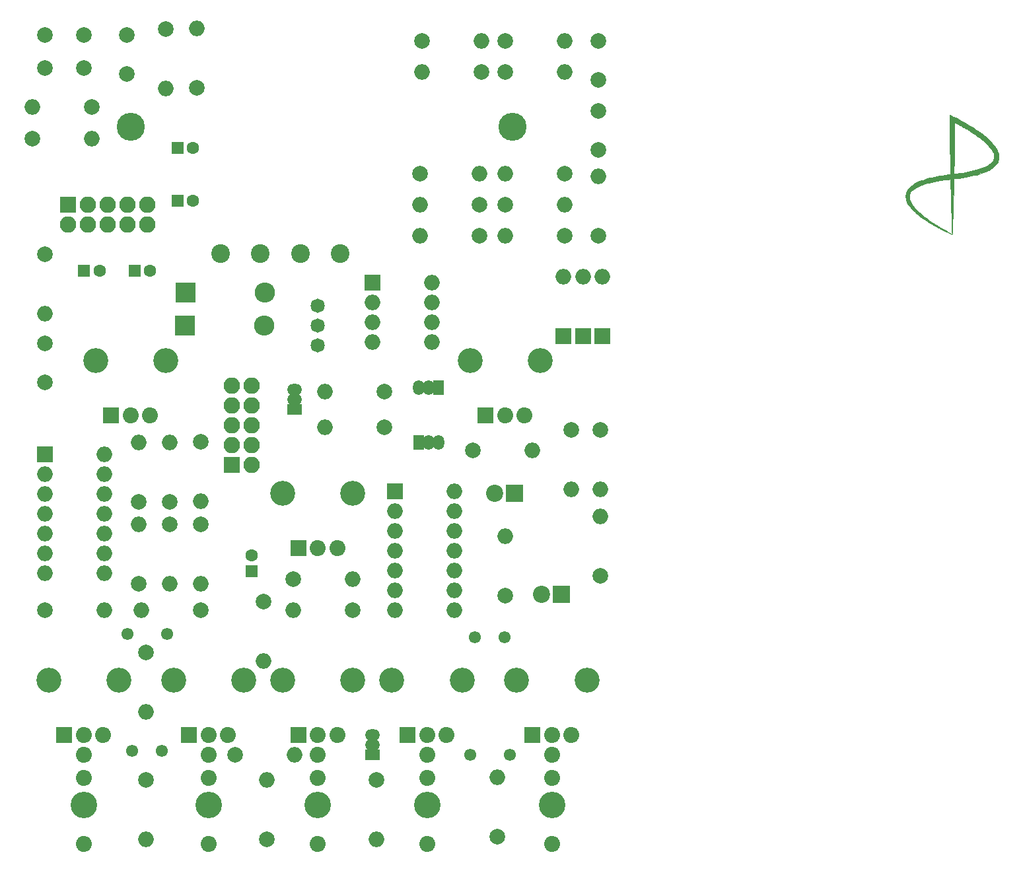
<source format=gts>
G04 #@! TF.GenerationSoftware,KiCad,Pcbnew,(5.0.0)*
G04 #@! TF.CreationDate,2018-11-19T15:58:41+01:00*
G04 #@! TF.ProjectId,Corona_mainBoard,436F726F6E615F6D61696E426F617264,1*
G04 #@! TF.SameCoordinates,Original*
G04 #@! TF.FileFunction,Soldermask,Top*
G04 #@! TF.FilePolarity,Negative*
%FSLAX46Y46*%
G04 Gerber Fmt 4.6, Leading zero omitted, Abs format (unit mm)*
G04 Created by KiCad (PCBNEW (5.0.0)) date 11/19/18 15:58:41*
%MOMM*%
%LPD*%
G01*
G04 APERTURE LIST*
%ADD10C,0.010000*%
%ADD11C,3.600000*%
%ADD12C,2.400000*%
%ADD13C,2.048460*%
%ADD14C,3.400000*%
%ADD15R,2.048460X2.048460*%
%ADD16C,3.194000*%
%ADD17C,1.822400*%
%ADD18C,1.550000*%
%ADD19C,2.000000*%
%ADD20R,1.600000X1.600000*%
%ADD21C,1.600000*%
%ADD22O,2.600000X2.600000*%
%ADD23R,2.600000X2.600000*%
%ADD24R,2.000000X2.000000*%
%ADD25O,2.000000X2.000000*%
%ADD26R,2.200000X2.200000*%
%ADD27C,2.200000*%
%ADD28R,2.100000X2.100000*%
%ADD29O,2.100000X2.100000*%
%ADD30R,1.900000X1.450000*%
%ADD31O,1.900000X1.450000*%
%ADD32O,1.450000X1.900000*%
%ADD33R,1.450000X1.900000*%
G04 APERTURE END LIST*
D10*
G04 #@! TO.C,MK5*
G36*
X120329700Y-21151172D02*
X120324409Y-21156464D01*
X120319117Y-21151172D01*
X120324409Y-21145881D01*
X120329700Y-21151172D01*
X120329700Y-21151172D01*
G37*
X120329700Y-21151172D02*
X120324409Y-21156464D01*
X120319117Y-21151172D01*
X120324409Y-21145881D01*
X120329700Y-21151172D01*
G36*
X120035618Y-13509484D02*
X120065816Y-13522206D01*
X120110389Y-13542072D01*
X120167023Y-13567989D01*
X120233407Y-13598865D01*
X120307228Y-13633605D01*
X120386175Y-13671116D01*
X120467934Y-13710305D01*
X120550193Y-13750079D01*
X120630641Y-13789344D01*
X120706964Y-13827007D01*
X120773645Y-13860357D01*
X121124762Y-14040816D01*
X121473270Y-14226686D01*
X121817571Y-14416967D01*
X122156070Y-14610663D01*
X122487171Y-14806772D01*
X122809277Y-15004299D01*
X123120793Y-15202242D01*
X123420121Y-15399605D01*
X123705667Y-15595388D01*
X123975833Y-15788593D01*
X124229024Y-15978220D01*
X124463643Y-16163273D01*
X124493687Y-16187751D01*
X124625042Y-16297420D01*
X124758592Y-16413080D01*
X124891581Y-16532140D01*
X125021254Y-16652010D01*
X125144857Y-16770100D01*
X125259635Y-16883820D01*
X125362834Y-16990578D01*
X125451698Y-17087786D01*
X125456069Y-17092751D01*
X125627208Y-17297909D01*
X125778828Y-17501368D01*
X125910812Y-17702828D01*
X126023043Y-17901985D01*
X126115405Y-18098539D01*
X126187780Y-18292189D01*
X126240051Y-18482631D01*
X126272102Y-18669566D01*
X126283815Y-18852690D01*
X126275074Y-19031703D01*
X126256357Y-19156293D01*
X126212994Y-19324466D01*
X126149028Y-19488201D01*
X126064582Y-19647360D01*
X125959781Y-19801804D01*
X125834745Y-19951397D01*
X125689600Y-20096000D01*
X125524467Y-20235474D01*
X125339470Y-20369683D01*
X125134731Y-20498489D01*
X124984786Y-20582655D01*
X124774380Y-20688159D01*
X124543473Y-20789909D01*
X124292410Y-20887818D01*
X124021536Y-20981799D01*
X123731196Y-21071763D01*
X123421737Y-21157623D01*
X123093504Y-21239291D01*
X122746841Y-21316681D01*
X122382094Y-21389703D01*
X121999609Y-21458270D01*
X121599731Y-21522296D01*
X121182806Y-21581692D01*
X120908024Y-21617131D01*
X120828463Y-21627004D01*
X120753650Y-21636315D01*
X120686781Y-21644661D01*
X120631051Y-21651646D01*
X120589654Y-21656868D01*
X120565786Y-21659927D01*
X120564624Y-21660081D01*
X120519645Y-21666048D01*
X120519616Y-21821503D01*
X120519301Y-21886322D01*
X120518397Y-21968201D01*
X120516930Y-22066231D01*
X120514928Y-22179499D01*
X120512418Y-22307094D01*
X120509428Y-22448103D01*
X120505985Y-22601617D01*
X120502116Y-22766722D01*
X120497849Y-22942508D01*
X120493211Y-23128062D01*
X120488229Y-23322473D01*
X120482931Y-23524830D01*
X120477344Y-23734221D01*
X120471496Y-23949734D01*
X120465413Y-24170458D01*
X120459124Y-24395481D01*
X120452655Y-24623892D01*
X120446034Y-24854778D01*
X120439289Y-25087229D01*
X120432446Y-25320333D01*
X120425533Y-25553178D01*
X120418577Y-25784853D01*
X120411606Y-26014445D01*
X120404647Y-26241044D01*
X120397727Y-26463737D01*
X120390874Y-26681614D01*
X120384116Y-26893763D01*
X120377479Y-27099271D01*
X120370990Y-27297228D01*
X120364678Y-27486721D01*
X120358569Y-27666840D01*
X120352692Y-27836673D01*
X120347072Y-27995307D01*
X120341739Y-28141832D01*
X120336718Y-28275335D01*
X120332038Y-28394906D01*
X120327725Y-28499633D01*
X120323807Y-28588603D01*
X120320312Y-28660906D01*
X120317267Y-28715630D01*
X120314698Y-28751863D01*
X120312635Y-28768694D01*
X120311196Y-28766168D01*
X120310052Y-28747988D01*
X120308289Y-28709970D01*
X120305948Y-28653432D01*
X120303077Y-28579693D01*
X120299718Y-28490069D01*
X120295916Y-28385881D01*
X120291715Y-28268444D01*
X120287161Y-28139079D01*
X120282298Y-27999102D01*
X120277170Y-27849832D01*
X120271821Y-27692588D01*
X120266296Y-27528686D01*
X120260640Y-27359446D01*
X120254897Y-27186186D01*
X120249112Y-27010223D01*
X120243328Y-26832876D01*
X120237591Y-26655463D01*
X120231945Y-26479302D01*
X120226434Y-26305711D01*
X120221103Y-26136008D01*
X120215996Y-25971511D01*
X120211158Y-25813540D01*
X120207639Y-25697001D01*
X120201580Y-25492040D01*
X120195161Y-25269456D01*
X120188477Y-25032785D01*
X120181622Y-24785565D01*
X120174691Y-24531335D01*
X120167778Y-24273631D01*
X120160978Y-24015992D01*
X120154384Y-23761956D01*
X120148092Y-23515059D01*
X120142195Y-23278841D01*
X120136789Y-23056837D01*
X120133762Y-22929459D01*
X120130770Y-22802548D01*
X120127728Y-22674093D01*
X120124706Y-22547007D01*
X120121773Y-22424205D01*
X120118999Y-22308604D01*
X120116455Y-22203117D01*
X120114210Y-22110660D01*
X120112334Y-22034148D01*
X120111159Y-21986925D01*
X120104234Y-21711141D01*
X120076460Y-21714405D01*
X119770648Y-21751250D01*
X119484235Y-21787673D01*
X119215464Y-21823957D01*
X118962578Y-21860389D01*
X118723822Y-21897252D01*
X118497439Y-21934832D01*
X118281673Y-21973413D01*
X118074767Y-22013281D01*
X117874965Y-22054720D01*
X117680512Y-22098016D01*
X117609228Y-22114643D01*
X117358284Y-22176789D01*
X117113342Y-22243161D01*
X116876077Y-22313152D01*
X116648162Y-22386154D01*
X116431274Y-22461559D01*
X116227086Y-22538760D01*
X116037273Y-22617149D01*
X115863510Y-22696117D01*
X115707471Y-22775059D01*
X115570830Y-22853364D01*
X115566645Y-22855947D01*
X115437836Y-22942048D01*
X115315429Y-23036403D01*
X115202887Y-23135924D01*
X115103670Y-23237523D01*
X115021240Y-23338113D01*
X115012194Y-23350594D01*
X114968005Y-23420302D01*
X114924498Y-23502769D01*
X114885526Y-23589829D01*
X114854942Y-23673314D01*
X114846419Y-23702043D01*
X114832797Y-23768002D01*
X114823044Y-23848358D01*
X114817361Y-23936659D01*
X114815952Y-24026453D01*
X114819022Y-24111290D01*
X114826772Y-24184718D01*
X114830533Y-24206055D01*
X114868106Y-24353768D01*
X114922476Y-24504901D01*
X114994006Y-24660020D01*
X115083060Y-24819690D01*
X115189999Y-24984474D01*
X115315189Y-25154937D01*
X115458990Y-25331644D01*
X115621767Y-25515159D01*
X115778283Y-25679959D01*
X116009507Y-25908280D01*
X116255738Y-26135188D01*
X116517610Y-26361146D01*
X116795752Y-26586617D01*
X117090794Y-26812065D01*
X117403369Y-27037951D01*
X117734106Y-27264739D01*
X118083637Y-27492891D01*
X118452592Y-27722872D01*
X118841602Y-27955143D01*
X119016812Y-28056766D01*
X119197916Y-28160935D01*
X119361507Y-28255061D01*
X119508428Y-28339637D01*
X119639525Y-28415157D01*
X119755640Y-28482112D01*
X119857620Y-28540995D01*
X119946308Y-28592299D01*
X120022549Y-28636517D01*
X120087187Y-28674141D01*
X120141067Y-28705664D01*
X120185034Y-28731578D01*
X120219933Y-28752377D01*
X120246606Y-28768553D01*
X120265900Y-28780598D01*
X120278658Y-28789006D01*
X120285726Y-28794269D01*
X120287947Y-28796879D01*
X120286282Y-28797344D01*
X120275874Y-28792776D01*
X120248918Y-28780181D01*
X120207919Y-28760749D01*
X120155381Y-28735673D01*
X120093811Y-28706146D01*
X120025711Y-28673359D01*
X120022228Y-28671679D01*
X119796368Y-28562650D01*
X119588418Y-28462103D01*
X119397179Y-28369417D01*
X119221452Y-28283974D01*
X119060038Y-28205153D01*
X118911736Y-28132334D01*
X118775349Y-28064898D01*
X118649676Y-28002223D01*
X118533518Y-27943691D01*
X118425676Y-27888682D01*
X118324951Y-27836575D01*
X118230143Y-27786751D01*
X118140052Y-27738589D01*
X118053481Y-27691470D01*
X117969228Y-27644774D01*
X117886096Y-27597880D01*
X117802884Y-27550169D01*
X117718393Y-27501022D01*
X117631425Y-27449817D01*
X117540779Y-27395936D01*
X117455770Y-27345066D01*
X117094832Y-27121856D01*
X116753619Y-26896980D01*
X116430701Y-26669415D01*
X116124646Y-26438134D01*
X115834022Y-26202114D01*
X115707551Y-26093787D01*
X115643155Y-26036308D01*
X115570318Y-25968912D01*
X115491656Y-25894212D01*
X115409784Y-25814822D01*
X115327319Y-25733353D01*
X115246875Y-25652420D01*
X115171068Y-25574635D01*
X115102515Y-25502611D01*
X115043831Y-25438961D01*
X114997631Y-25386298D01*
X114989088Y-25376066D01*
X114842520Y-25187620D01*
X114714435Y-25000288D01*
X114605240Y-24814830D01*
X114515340Y-24632005D01*
X114445140Y-24452572D01*
X114395046Y-24277290D01*
X114389929Y-24254370D01*
X114377100Y-24175198D01*
X114368790Y-24081648D01*
X114365001Y-23979917D01*
X114365735Y-23876203D01*
X114370996Y-23776706D01*
X114380786Y-23687623D01*
X114389662Y-23637858D01*
X114420953Y-23511402D01*
X114458444Y-23396611D01*
X114505257Y-23284208D01*
X114517756Y-23257543D01*
X114561206Y-23171849D01*
X114606693Y-23093852D01*
X114656999Y-23019878D01*
X114714905Y-22946255D01*
X114783192Y-22869309D01*
X114864641Y-22785368D01*
X114906618Y-22744052D01*
X115025335Y-22634640D01*
X115150887Y-22531231D01*
X115284671Y-22433111D01*
X115428083Y-22339563D01*
X115582520Y-22249874D01*
X115749379Y-22163327D01*
X115930055Y-22079209D01*
X116125945Y-21996804D01*
X116338445Y-21915397D01*
X116568952Y-21834273D01*
X116818863Y-21752717D01*
X116880192Y-21733526D01*
X117165228Y-21648775D01*
X117456878Y-21569661D01*
X117756948Y-21495820D01*
X118067247Y-21426891D01*
X118389583Y-21362511D01*
X118725762Y-21302319D01*
X119077594Y-21245952D01*
X119446885Y-21193049D01*
X119815853Y-21145630D01*
X119889523Y-21136599D01*
X119955870Y-21128377D01*
X120012124Y-21121313D01*
X120055515Y-21115759D01*
X120083274Y-21112064D01*
X120092638Y-21110600D01*
X120092775Y-21100062D01*
X120092502Y-21070557D01*
X120091855Y-21024281D01*
X120090870Y-20963428D01*
X120090626Y-20949474D01*
X120542007Y-20949474D01*
X120542744Y-21005193D01*
X120544263Y-21042469D01*
X120546553Y-21060152D01*
X120547559Y-21061501D01*
X120560303Y-21060201D01*
X120591243Y-21056534D01*
X120637587Y-21050844D01*
X120696538Y-21043481D01*
X120765302Y-21034789D01*
X120841086Y-21025116D01*
X120848172Y-21024207D01*
X121254181Y-20968750D01*
X121644802Y-20908609D01*
X122019679Y-20843900D01*
X122378455Y-20774738D01*
X122720773Y-20701237D01*
X123046277Y-20623513D01*
X123354610Y-20541681D01*
X123645416Y-20455856D01*
X123918337Y-20366152D01*
X124173018Y-20272685D01*
X124409101Y-20175570D01*
X124626231Y-20074922D01*
X124824049Y-19970856D01*
X125002201Y-19863486D01*
X125160328Y-19752929D01*
X125298075Y-19639298D01*
X125376628Y-19563726D01*
X125480351Y-19446904D01*
X125563713Y-19329979D01*
X125627461Y-19211270D01*
X125672343Y-19089100D01*
X125699104Y-18961789D01*
X125708494Y-18827657D01*
X125708519Y-18817834D01*
X125700944Y-18689248D01*
X125678179Y-18560651D01*
X125639530Y-18430132D01*
X125584306Y-18295778D01*
X125511814Y-18155677D01*
X125421362Y-18007919D01*
X125407721Y-17987257D01*
X125275104Y-17801329D01*
X125122054Y-17611227D01*
X124948845Y-17417176D01*
X124755750Y-17219401D01*
X124543040Y-17018127D01*
X124310989Y-16813578D01*
X124059868Y-16605979D01*
X123789952Y-16395555D01*
X123501512Y-16182531D01*
X123194821Y-15967132D01*
X122870151Y-15749582D01*
X122527776Y-15530106D01*
X122167967Y-15308929D01*
X122137002Y-15290305D01*
X122053071Y-15240369D01*
X121960884Y-15186334D01*
X121861978Y-15129046D01*
X121757893Y-15069353D01*
X121650170Y-15008100D01*
X121540348Y-14946133D01*
X121429966Y-14884299D01*
X121320564Y-14823444D01*
X121213682Y-14764414D01*
X121110859Y-14708056D01*
X121013635Y-14655215D01*
X120923549Y-14606738D01*
X120842142Y-14563472D01*
X120770952Y-14526261D01*
X120711521Y-14495953D01*
X120665386Y-14473394D01*
X120634087Y-14459430D01*
X120619166Y-14454907D01*
X120618123Y-14455478D01*
X120617807Y-14466725D01*
X120617353Y-14497957D01*
X120616770Y-14547996D01*
X120616070Y-14615661D01*
X120615260Y-14699772D01*
X120614353Y-14799149D01*
X120613358Y-14912612D01*
X120612286Y-15038981D01*
X120611145Y-15177077D01*
X120609948Y-15325718D01*
X120608703Y-15483725D01*
X120607421Y-15649919D01*
X120606113Y-15823118D01*
X120604788Y-16002144D01*
X120604745Y-16007959D01*
X120601973Y-16374539D01*
X120599149Y-16722775D01*
X120596237Y-17055490D01*
X120593200Y-17375507D01*
X120590002Y-17685649D01*
X120586606Y-17988739D01*
X120582977Y-18287600D01*
X120579078Y-18585055D01*
X120574873Y-18883927D01*
X120570325Y-19187039D01*
X120565397Y-19497213D01*
X120560055Y-19817273D01*
X120554261Y-20150041D01*
X120547979Y-20498341D01*
X120544570Y-20683147D01*
X120542911Y-20787301D01*
X120542059Y-20876460D01*
X120542007Y-20949474D01*
X120090626Y-20949474D01*
X120089585Y-20890195D01*
X120088035Y-20806776D01*
X120086257Y-20715367D01*
X120085238Y-20664626D01*
X120078058Y-20296128D01*
X120071145Y-19912578D01*
X120064546Y-19517467D01*
X120058305Y-19114287D01*
X120052467Y-18706528D01*
X120047078Y-18297682D01*
X120042184Y-17891241D01*
X120037828Y-17490696D01*
X120034058Y-17099537D01*
X120030918Y-16721258D01*
X120028453Y-16359348D01*
X120027720Y-16230209D01*
X120026791Y-16058764D01*
X120025771Y-15875535D01*
X120024683Y-15684024D01*
X120023548Y-15487732D01*
X120022385Y-15290160D01*
X120021216Y-15094811D01*
X120020061Y-14905185D01*
X120018943Y-14724785D01*
X120017880Y-14557110D01*
X120016895Y-14405664D01*
X120016518Y-14349022D01*
X120015481Y-14178738D01*
X120014797Y-14029053D01*
X120014471Y-13899399D01*
X120014506Y-13789213D01*
X120014906Y-13697928D01*
X120015675Y-13624977D01*
X120016816Y-13569797D01*
X120018334Y-13531820D01*
X120020231Y-13510481D01*
X120022106Y-13505001D01*
X120035618Y-13509484D01*
X120035618Y-13509484D01*
G37*
X120035618Y-13509484D02*
X120065816Y-13522206D01*
X120110389Y-13542072D01*
X120167023Y-13567989D01*
X120233407Y-13598865D01*
X120307228Y-13633605D01*
X120386175Y-13671116D01*
X120467934Y-13710305D01*
X120550193Y-13750079D01*
X120630641Y-13789344D01*
X120706964Y-13827007D01*
X120773645Y-13860357D01*
X121124762Y-14040816D01*
X121473270Y-14226686D01*
X121817571Y-14416967D01*
X122156070Y-14610663D01*
X122487171Y-14806772D01*
X122809277Y-15004299D01*
X123120793Y-15202242D01*
X123420121Y-15399605D01*
X123705667Y-15595388D01*
X123975833Y-15788593D01*
X124229024Y-15978220D01*
X124463643Y-16163273D01*
X124493687Y-16187751D01*
X124625042Y-16297420D01*
X124758592Y-16413080D01*
X124891581Y-16532140D01*
X125021254Y-16652010D01*
X125144857Y-16770100D01*
X125259635Y-16883820D01*
X125362834Y-16990578D01*
X125451698Y-17087786D01*
X125456069Y-17092751D01*
X125627208Y-17297909D01*
X125778828Y-17501368D01*
X125910812Y-17702828D01*
X126023043Y-17901985D01*
X126115405Y-18098539D01*
X126187780Y-18292189D01*
X126240051Y-18482631D01*
X126272102Y-18669566D01*
X126283815Y-18852690D01*
X126275074Y-19031703D01*
X126256357Y-19156293D01*
X126212994Y-19324466D01*
X126149028Y-19488201D01*
X126064582Y-19647360D01*
X125959781Y-19801804D01*
X125834745Y-19951397D01*
X125689600Y-20096000D01*
X125524467Y-20235474D01*
X125339470Y-20369683D01*
X125134731Y-20498489D01*
X124984786Y-20582655D01*
X124774380Y-20688159D01*
X124543473Y-20789909D01*
X124292410Y-20887818D01*
X124021536Y-20981799D01*
X123731196Y-21071763D01*
X123421737Y-21157623D01*
X123093504Y-21239291D01*
X122746841Y-21316681D01*
X122382094Y-21389703D01*
X121999609Y-21458270D01*
X121599731Y-21522296D01*
X121182806Y-21581692D01*
X120908024Y-21617131D01*
X120828463Y-21627004D01*
X120753650Y-21636315D01*
X120686781Y-21644661D01*
X120631051Y-21651646D01*
X120589654Y-21656868D01*
X120565786Y-21659927D01*
X120564624Y-21660081D01*
X120519645Y-21666048D01*
X120519616Y-21821503D01*
X120519301Y-21886322D01*
X120518397Y-21968201D01*
X120516930Y-22066231D01*
X120514928Y-22179499D01*
X120512418Y-22307094D01*
X120509428Y-22448103D01*
X120505985Y-22601617D01*
X120502116Y-22766722D01*
X120497849Y-22942508D01*
X120493211Y-23128062D01*
X120488229Y-23322473D01*
X120482931Y-23524830D01*
X120477344Y-23734221D01*
X120471496Y-23949734D01*
X120465413Y-24170458D01*
X120459124Y-24395481D01*
X120452655Y-24623892D01*
X120446034Y-24854778D01*
X120439289Y-25087229D01*
X120432446Y-25320333D01*
X120425533Y-25553178D01*
X120418577Y-25784853D01*
X120411606Y-26014445D01*
X120404647Y-26241044D01*
X120397727Y-26463737D01*
X120390874Y-26681614D01*
X120384116Y-26893763D01*
X120377479Y-27099271D01*
X120370990Y-27297228D01*
X120364678Y-27486721D01*
X120358569Y-27666840D01*
X120352692Y-27836673D01*
X120347072Y-27995307D01*
X120341739Y-28141832D01*
X120336718Y-28275335D01*
X120332038Y-28394906D01*
X120327725Y-28499633D01*
X120323807Y-28588603D01*
X120320312Y-28660906D01*
X120317267Y-28715630D01*
X120314698Y-28751863D01*
X120312635Y-28768694D01*
X120311196Y-28766168D01*
X120310052Y-28747988D01*
X120308289Y-28709970D01*
X120305948Y-28653432D01*
X120303077Y-28579693D01*
X120299718Y-28490069D01*
X120295916Y-28385881D01*
X120291715Y-28268444D01*
X120287161Y-28139079D01*
X120282298Y-27999102D01*
X120277170Y-27849832D01*
X120271821Y-27692588D01*
X120266296Y-27528686D01*
X120260640Y-27359446D01*
X120254897Y-27186186D01*
X120249112Y-27010223D01*
X120243328Y-26832876D01*
X120237591Y-26655463D01*
X120231945Y-26479302D01*
X120226434Y-26305711D01*
X120221103Y-26136008D01*
X120215996Y-25971511D01*
X120211158Y-25813540D01*
X120207639Y-25697001D01*
X120201580Y-25492040D01*
X120195161Y-25269456D01*
X120188477Y-25032785D01*
X120181622Y-24785565D01*
X120174691Y-24531335D01*
X120167778Y-24273631D01*
X120160978Y-24015992D01*
X120154384Y-23761956D01*
X120148092Y-23515059D01*
X120142195Y-23278841D01*
X120136789Y-23056837D01*
X120133762Y-22929459D01*
X120130770Y-22802548D01*
X120127728Y-22674093D01*
X120124706Y-22547007D01*
X120121773Y-22424205D01*
X120118999Y-22308604D01*
X120116455Y-22203117D01*
X120114210Y-22110660D01*
X120112334Y-22034148D01*
X120111159Y-21986925D01*
X120104234Y-21711141D01*
X120076460Y-21714405D01*
X119770648Y-21751250D01*
X119484235Y-21787673D01*
X119215464Y-21823957D01*
X118962578Y-21860389D01*
X118723822Y-21897252D01*
X118497439Y-21934832D01*
X118281673Y-21973413D01*
X118074767Y-22013281D01*
X117874965Y-22054720D01*
X117680512Y-22098016D01*
X117609228Y-22114643D01*
X117358284Y-22176789D01*
X117113342Y-22243161D01*
X116876077Y-22313152D01*
X116648162Y-22386154D01*
X116431274Y-22461559D01*
X116227086Y-22538760D01*
X116037273Y-22617149D01*
X115863510Y-22696117D01*
X115707471Y-22775059D01*
X115570830Y-22853364D01*
X115566645Y-22855947D01*
X115437836Y-22942048D01*
X115315429Y-23036403D01*
X115202887Y-23135924D01*
X115103670Y-23237523D01*
X115021240Y-23338113D01*
X115012194Y-23350594D01*
X114968005Y-23420302D01*
X114924498Y-23502769D01*
X114885526Y-23589829D01*
X114854942Y-23673314D01*
X114846419Y-23702043D01*
X114832797Y-23768002D01*
X114823044Y-23848358D01*
X114817361Y-23936659D01*
X114815952Y-24026453D01*
X114819022Y-24111290D01*
X114826772Y-24184718D01*
X114830533Y-24206055D01*
X114868106Y-24353768D01*
X114922476Y-24504901D01*
X114994006Y-24660020D01*
X115083060Y-24819690D01*
X115189999Y-24984474D01*
X115315189Y-25154937D01*
X115458990Y-25331644D01*
X115621767Y-25515159D01*
X115778283Y-25679959D01*
X116009507Y-25908280D01*
X116255738Y-26135188D01*
X116517610Y-26361146D01*
X116795752Y-26586617D01*
X117090794Y-26812065D01*
X117403369Y-27037951D01*
X117734106Y-27264739D01*
X118083637Y-27492891D01*
X118452592Y-27722872D01*
X118841602Y-27955143D01*
X119016812Y-28056766D01*
X119197916Y-28160935D01*
X119361507Y-28255061D01*
X119508428Y-28339637D01*
X119639525Y-28415157D01*
X119755640Y-28482112D01*
X119857620Y-28540995D01*
X119946308Y-28592299D01*
X120022549Y-28636517D01*
X120087187Y-28674141D01*
X120141067Y-28705664D01*
X120185034Y-28731578D01*
X120219933Y-28752377D01*
X120246606Y-28768553D01*
X120265900Y-28780598D01*
X120278658Y-28789006D01*
X120285726Y-28794269D01*
X120287947Y-28796879D01*
X120286282Y-28797344D01*
X120275874Y-28792776D01*
X120248918Y-28780181D01*
X120207919Y-28760749D01*
X120155381Y-28735673D01*
X120093811Y-28706146D01*
X120025711Y-28673359D01*
X120022228Y-28671679D01*
X119796368Y-28562650D01*
X119588418Y-28462103D01*
X119397179Y-28369417D01*
X119221452Y-28283974D01*
X119060038Y-28205153D01*
X118911736Y-28132334D01*
X118775349Y-28064898D01*
X118649676Y-28002223D01*
X118533518Y-27943691D01*
X118425676Y-27888682D01*
X118324951Y-27836575D01*
X118230143Y-27786751D01*
X118140052Y-27738589D01*
X118053481Y-27691470D01*
X117969228Y-27644774D01*
X117886096Y-27597880D01*
X117802884Y-27550169D01*
X117718393Y-27501022D01*
X117631425Y-27449817D01*
X117540779Y-27395936D01*
X117455770Y-27345066D01*
X117094832Y-27121856D01*
X116753619Y-26896980D01*
X116430701Y-26669415D01*
X116124646Y-26438134D01*
X115834022Y-26202114D01*
X115707551Y-26093787D01*
X115643155Y-26036308D01*
X115570318Y-25968912D01*
X115491656Y-25894212D01*
X115409784Y-25814822D01*
X115327319Y-25733353D01*
X115246875Y-25652420D01*
X115171068Y-25574635D01*
X115102515Y-25502611D01*
X115043831Y-25438961D01*
X114997631Y-25386298D01*
X114989088Y-25376066D01*
X114842520Y-25187620D01*
X114714435Y-25000288D01*
X114605240Y-24814830D01*
X114515340Y-24632005D01*
X114445140Y-24452572D01*
X114395046Y-24277290D01*
X114389929Y-24254370D01*
X114377100Y-24175198D01*
X114368790Y-24081648D01*
X114365001Y-23979917D01*
X114365735Y-23876203D01*
X114370996Y-23776706D01*
X114380786Y-23687623D01*
X114389662Y-23637858D01*
X114420953Y-23511402D01*
X114458444Y-23396611D01*
X114505257Y-23284208D01*
X114517756Y-23257543D01*
X114561206Y-23171849D01*
X114606693Y-23093852D01*
X114656999Y-23019878D01*
X114714905Y-22946255D01*
X114783192Y-22869309D01*
X114864641Y-22785368D01*
X114906618Y-22744052D01*
X115025335Y-22634640D01*
X115150887Y-22531231D01*
X115284671Y-22433111D01*
X115428083Y-22339563D01*
X115582520Y-22249874D01*
X115749379Y-22163327D01*
X115930055Y-22079209D01*
X116125945Y-21996804D01*
X116338445Y-21915397D01*
X116568952Y-21834273D01*
X116818863Y-21752717D01*
X116880192Y-21733526D01*
X117165228Y-21648775D01*
X117456878Y-21569661D01*
X117756948Y-21495820D01*
X118067247Y-21426891D01*
X118389583Y-21362511D01*
X118725762Y-21302319D01*
X119077594Y-21245952D01*
X119446885Y-21193049D01*
X119815853Y-21145630D01*
X119889523Y-21136599D01*
X119955870Y-21128377D01*
X120012124Y-21121313D01*
X120055515Y-21115759D01*
X120083274Y-21112064D01*
X120092638Y-21110600D01*
X120092775Y-21100062D01*
X120092502Y-21070557D01*
X120091855Y-21024281D01*
X120090870Y-20963428D01*
X120090626Y-20949474D01*
X120542007Y-20949474D01*
X120542744Y-21005193D01*
X120544263Y-21042469D01*
X120546553Y-21060152D01*
X120547559Y-21061501D01*
X120560303Y-21060201D01*
X120591243Y-21056534D01*
X120637587Y-21050844D01*
X120696538Y-21043481D01*
X120765302Y-21034789D01*
X120841086Y-21025116D01*
X120848172Y-21024207D01*
X121254181Y-20968750D01*
X121644802Y-20908609D01*
X122019679Y-20843900D01*
X122378455Y-20774738D01*
X122720773Y-20701237D01*
X123046277Y-20623513D01*
X123354610Y-20541681D01*
X123645416Y-20455856D01*
X123918337Y-20366152D01*
X124173018Y-20272685D01*
X124409101Y-20175570D01*
X124626231Y-20074922D01*
X124824049Y-19970856D01*
X125002201Y-19863486D01*
X125160328Y-19752929D01*
X125298075Y-19639298D01*
X125376628Y-19563726D01*
X125480351Y-19446904D01*
X125563713Y-19329979D01*
X125627461Y-19211270D01*
X125672343Y-19089100D01*
X125699104Y-18961789D01*
X125708494Y-18827657D01*
X125708519Y-18817834D01*
X125700944Y-18689248D01*
X125678179Y-18560651D01*
X125639530Y-18430132D01*
X125584306Y-18295778D01*
X125511814Y-18155677D01*
X125421362Y-18007919D01*
X125407721Y-17987257D01*
X125275104Y-17801329D01*
X125122054Y-17611227D01*
X124948845Y-17417176D01*
X124755750Y-17219401D01*
X124543040Y-17018127D01*
X124310989Y-16813578D01*
X124059868Y-16605979D01*
X123789952Y-16395555D01*
X123501512Y-16182531D01*
X123194821Y-15967132D01*
X122870151Y-15749582D01*
X122527776Y-15530106D01*
X122167967Y-15308929D01*
X122137002Y-15290305D01*
X122053071Y-15240369D01*
X121960884Y-15186334D01*
X121861978Y-15129046D01*
X121757893Y-15069353D01*
X121650170Y-15008100D01*
X121540348Y-14946133D01*
X121429966Y-14884299D01*
X121320564Y-14823444D01*
X121213682Y-14764414D01*
X121110859Y-14708056D01*
X121013635Y-14655215D01*
X120923549Y-14606738D01*
X120842142Y-14563472D01*
X120770952Y-14526261D01*
X120711521Y-14495953D01*
X120665386Y-14473394D01*
X120634087Y-14459430D01*
X120619166Y-14454907D01*
X120618123Y-14455478D01*
X120617807Y-14466725D01*
X120617353Y-14497957D01*
X120616770Y-14547996D01*
X120616070Y-14615661D01*
X120615260Y-14699772D01*
X120614353Y-14799149D01*
X120613358Y-14912612D01*
X120612286Y-15038981D01*
X120611145Y-15177077D01*
X120609948Y-15325718D01*
X120608703Y-15483725D01*
X120607421Y-15649919D01*
X120606113Y-15823118D01*
X120604788Y-16002144D01*
X120604745Y-16007959D01*
X120601973Y-16374539D01*
X120599149Y-16722775D01*
X120596237Y-17055490D01*
X120593200Y-17375507D01*
X120590002Y-17685649D01*
X120586606Y-17988739D01*
X120582977Y-18287600D01*
X120579078Y-18585055D01*
X120574873Y-18883927D01*
X120570325Y-19187039D01*
X120565397Y-19497213D01*
X120560055Y-19817273D01*
X120554261Y-20150041D01*
X120547979Y-20498341D01*
X120544570Y-20683147D01*
X120542911Y-20787301D01*
X120542059Y-20876460D01*
X120542007Y-20949474D01*
X120090626Y-20949474D01*
X120089585Y-20890195D01*
X120088035Y-20806776D01*
X120086257Y-20715367D01*
X120085238Y-20664626D01*
X120078058Y-20296128D01*
X120071145Y-19912578D01*
X120064546Y-19517467D01*
X120058305Y-19114287D01*
X120052467Y-18706528D01*
X120047078Y-18297682D01*
X120042184Y-17891241D01*
X120037828Y-17490696D01*
X120034058Y-17099537D01*
X120030918Y-16721258D01*
X120028453Y-16359348D01*
X120027720Y-16230209D01*
X120026791Y-16058764D01*
X120025771Y-15875535D01*
X120024683Y-15684024D01*
X120023548Y-15487732D01*
X120022385Y-15290160D01*
X120021216Y-15094811D01*
X120020061Y-14905185D01*
X120018943Y-14724785D01*
X120017880Y-14557110D01*
X120016895Y-14405664D01*
X120016518Y-14349022D01*
X120015481Y-14178738D01*
X120014797Y-14029053D01*
X120014471Y-13899399D01*
X120014506Y-13789213D01*
X120014906Y-13697928D01*
X120015675Y-13624977D01*
X120016816Y-13569797D01*
X120018334Y-13531820D01*
X120020231Y-13510481D01*
X120022106Y-13505001D01*
X120035618Y-13509484D01*
G04 #@! TD*
D11*
G04 #@! TO.C,MK4*
X64000000Y-15000000D03*
G04 #@! TD*
G04 #@! TO.C,MK3*
X15000000Y-14999999D03*
G04 #@! TD*
D12*
G04 #@! TO.C,F1*
X26500000Y-31250000D03*
X31580000Y-31260000D03*
G04 #@! TD*
G04 #@! TO.C,F2*
X41830000Y-31260000D03*
X36750000Y-31250000D03*
G04 #@! TD*
D13*
G04 #@! TO.C,J_IN1*
X9000000Y-95501140D03*
X9000000Y-98503420D03*
X9000000Y-106999720D03*
D14*
X9000000Y-102001000D03*
G04 #@! TD*
G04 #@! TO.C,J_OUT1*
X69000000Y-102000000D03*
D13*
X69000000Y-106998720D03*
X69000000Y-98502420D03*
X69000000Y-95500140D03*
G04 #@! TD*
D15*
G04 #@! TO.C,RV_FB1*
X60500640Y-51997700D03*
D13*
X63000000Y-51997700D03*
X65499360Y-51997700D03*
D16*
X58501660Y-45000000D03*
X67498340Y-45000000D03*
G04 #@! TD*
D17*
G04 #@! TO.C,SW1*
X39000000Y-43040000D03*
X39000000Y-37960000D03*
X39000000Y-40500000D03*
G04 #@! TD*
D16*
G04 #@! TO.C,RV_GAIN1*
X73498340Y-86000000D03*
X64501660Y-86000000D03*
D13*
X71499360Y-92997700D03*
X69000000Y-92997700D03*
D15*
X66500640Y-92997700D03*
G04 #@! TD*
D14*
G04 #@! TO.C,J_IN_DRV1*
X25000000Y-102000000D03*
D13*
X25000000Y-106998720D03*
X25000000Y-98502420D03*
X25000000Y-95500140D03*
G04 #@! TD*
G04 #@! TO.C,J_IN_FB1*
X53000000Y-95500140D03*
X53000000Y-98502420D03*
X53000000Y-106998720D03*
D14*
X53000000Y-102000000D03*
G04 #@! TD*
D15*
G04 #@! TO.C,RV_DRV1*
X12500640Y-51997700D03*
D13*
X15000000Y-51997700D03*
X17499360Y-51997700D03*
D16*
X10501660Y-45000000D03*
X19498340Y-45000000D03*
G04 #@! TD*
G04 #@! TO.C,RV_DRV_CV1*
X29498340Y-86000000D03*
X20501660Y-86000000D03*
D13*
X27499360Y-92997700D03*
X25000000Y-92997700D03*
D15*
X22500640Y-92997700D03*
G04 #@! TD*
D16*
G04 #@! TO.C,RV_FB_CV1*
X57498340Y-86000000D03*
X48501660Y-86000000D03*
D13*
X55499360Y-92997700D03*
X53000000Y-92997700D03*
D15*
X50500640Y-92997700D03*
G04 #@! TD*
D13*
G04 #@! TO.C,J_IN_TONE1*
X39000000Y-95500140D03*
X39000000Y-98502420D03*
X39000000Y-106998720D03*
D14*
X39000000Y-102000000D03*
G04 #@! TD*
D16*
G04 #@! TO.C,RV_IN1*
X13498340Y-86000000D03*
X4501660Y-86000000D03*
D13*
X11499360Y-92997700D03*
X9000000Y-92997700D03*
D15*
X6500640Y-92997700D03*
G04 #@! TD*
G04 #@! TO.C,RV_TONE1*
X36500640Y-68997700D03*
D13*
X39000000Y-68997700D03*
X41499360Y-68997700D03*
D16*
X34501660Y-62000000D03*
X43498340Y-62000000D03*
G04 #@! TD*
G04 #@! TO.C,RV_TONE_CV1*
X43498340Y-86000000D03*
X34501660Y-86000000D03*
D13*
X41499360Y-92997700D03*
X39000000Y-92997700D03*
D15*
X36500640Y-92997700D03*
G04 #@! TD*
D18*
G04 #@! TO.C,U5*
X15200000Y-95000000D03*
X14560000Y-80000000D03*
X19640000Y-80000000D03*
X19000000Y-95000000D03*
G04 #@! TD*
G04 #@! TO.C,U6*
X62940000Y-80500000D03*
X63580000Y-95500000D03*
X58500000Y-95500000D03*
X59140000Y-80500000D03*
G04 #@! TD*
D19*
G04 #@! TO.C,C1*
X9000000Y-3250000D03*
X4000000Y-3250000D03*
G04 #@! TD*
G04 #@! TO.C,C2*
X9000000Y-7500000D03*
X4000000Y-7500000D03*
G04 #@! TD*
G04 #@! TO.C,C5*
X75000000Y-18000000D03*
X75000000Y-13000000D03*
G04 #@! TD*
G04 #@! TO.C,C6*
X75000000Y-9000000D03*
X75000000Y-4000000D03*
G04 #@! TD*
G04 #@! TO.C,C8*
X4000000Y-47750000D03*
X4000000Y-42750000D03*
G04 #@! TD*
G04 #@! TO.C,C9*
X14500000Y-8250000D03*
X14500000Y-3250000D03*
G04 #@! TD*
D20*
G04 #@! TO.C,C3*
X9000000Y-33500000D03*
D21*
X11000000Y-33500000D03*
G04 #@! TD*
G04 #@! TO.C,C4*
X17500000Y-33500000D03*
D20*
X15500000Y-33500000D03*
G04 #@! TD*
D21*
G04 #@! TO.C,C7*
X23000000Y-17750000D03*
D20*
X21000000Y-17750000D03*
G04 #@! TD*
G04 #@! TO.C,C10*
X21000000Y-24500000D03*
D21*
X23000000Y-24500000D03*
G04 #@! TD*
D20*
G04 #@! TO.C,C12*
X30500000Y-72000000D03*
D21*
X30500000Y-70000000D03*
G04 #@! TD*
D22*
G04 #@! TO.C,D1*
X32160000Y-40500000D03*
D23*
X22000000Y-40500000D03*
G04 #@! TD*
G04 #@! TO.C,D2*
X22090000Y-36250000D03*
D22*
X32250000Y-36250000D03*
G04 #@! TD*
D24*
G04 #@! TO.C,D3*
X70500000Y-41870000D03*
D25*
X70500000Y-34250000D03*
G04 #@! TD*
G04 #@! TO.C,D4*
X73000000Y-34250000D03*
D24*
X73000000Y-41870000D03*
G04 #@! TD*
G04 #@! TO.C,D5*
X75500000Y-41870000D03*
D25*
X75500000Y-34250000D03*
G04 #@! TD*
D26*
G04 #@! TO.C,D6*
X70250000Y-75000000D03*
D27*
X67710000Y-75000000D03*
G04 #@! TD*
D26*
G04 #@! TO.C,D7*
X64250000Y-62000000D03*
D27*
X61710000Y-62000000D03*
G04 #@! TD*
D28*
G04 #@! TO.C,J1*
X28000000Y-58403000D03*
D29*
X30540000Y-58403000D03*
X28000000Y-55863000D03*
X30540000Y-55863000D03*
X28000000Y-53323000D03*
X30540000Y-53323000D03*
X28000000Y-50783000D03*
X30540000Y-50783000D03*
X28000000Y-48243000D03*
X30540000Y-48243000D03*
G04 #@! TD*
G04 #@! TO.C,J3*
X17160000Y-27540000D03*
X17160000Y-25000000D03*
X14620000Y-27540000D03*
X14620000Y-25000000D03*
X12080000Y-27540000D03*
X12080000Y-25000000D03*
X9540000Y-27540000D03*
X9540000Y-25000000D03*
X7000000Y-27540000D03*
D28*
X7000000Y-25000000D03*
G04 #@! TD*
D30*
G04 #@! TO.C,Q1*
X36000000Y-51290000D03*
D31*
X36000000Y-48750000D03*
X36000000Y-50020000D03*
G04 #@! TD*
G04 #@! TO.C,Q2*
X46000000Y-94230000D03*
X46000000Y-92960000D03*
D30*
X46000000Y-95500000D03*
G04 #@! TD*
D32*
G04 #@! TO.C,Q3*
X53230000Y-48500000D03*
X51960000Y-48500000D03*
D33*
X54500000Y-48500000D03*
G04 #@! TD*
G04 #@! TO.C,Q4*
X51960000Y-55500000D03*
D32*
X54500000Y-55500000D03*
X53230000Y-55500000D03*
G04 #@! TD*
D19*
G04 #@! TO.C,R1*
X10000000Y-12500000D03*
D25*
X2380000Y-12500000D03*
G04 #@! TD*
G04 #@! TO.C,R2*
X19500000Y-10120000D03*
D19*
X19500000Y-2500000D03*
G04 #@! TD*
D25*
G04 #@! TO.C,R3*
X10000000Y-16500000D03*
D19*
X2380000Y-16500000D03*
G04 #@! TD*
D25*
G04 #@! TO.C,R4*
X23500000Y-2380000D03*
D19*
X23500000Y-10000000D03*
G04 #@! TD*
G04 #@! TO.C,R5*
X17000000Y-98750000D03*
D25*
X17000000Y-106370000D03*
G04 #@! TD*
G04 #@! TO.C,R6*
X66500000Y-56500000D03*
D19*
X58880000Y-56500000D03*
G04 #@! TD*
D25*
G04 #@! TO.C,R7*
X11620000Y-77000000D03*
D19*
X4000000Y-77000000D03*
G04 #@! TD*
G04 #@! TO.C,R8*
X60000000Y-8000000D03*
D25*
X52380000Y-8000000D03*
G04 #@! TD*
G04 #@! TO.C,R9*
X20000000Y-55500000D03*
D19*
X20000000Y-63120000D03*
G04 #@! TD*
G04 #@! TO.C,R10*
X20000000Y-66000000D03*
D25*
X20000000Y-73620000D03*
G04 #@! TD*
G04 #@! TO.C,R11*
X16000000Y-55500000D03*
D19*
X16000000Y-63120000D03*
G04 #@! TD*
D25*
G04 #@! TO.C,R12*
X46500000Y-106370000D03*
D19*
X46500000Y-98750000D03*
G04 #@! TD*
D25*
G04 #@! TO.C,R13*
X52130000Y-29000000D03*
D19*
X59750000Y-29000000D03*
G04 #@! TD*
G04 #@! TO.C,R14*
X24000000Y-55380000D03*
D25*
X24000000Y-63000000D03*
G04 #@! TD*
D19*
G04 #@! TO.C,R15*
X75250000Y-53880000D03*
D25*
X75250000Y-61500000D03*
G04 #@! TD*
G04 #@! TO.C,R16*
X32500000Y-98750000D03*
D19*
X32500000Y-106370000D03*
G04 #@! TD*
G04 #@! TO.C,R17*
X24000000Y-66000000D03*
D25*
X24000000Y-73620000D03*
G04 #@! TD*
G04 #@! TO.C,R18*
X36000000Y-95500000D03*
D19*
X28380000Y-95500000D03*
G04 #@! TD*
G04 #@! TO.C,R19*
X62000000Y-106000000D03*
D25*
X62000000Y-98380000D03*
G04 #@! TD*
G04 #@! TO.C,R20*
X43500000Y-73000000D03*
D19*
X35880000Y-73000000D03*
G04 #@! TD*
G04 #@! TO.C,R21*
X75250000Y-72620000D03*
D25*
X75250000Y-65000000D03*
G04 #@! TD*
D19*
G04 #@! TO.C,R22*
X43500000Y-77000000D03*
D25*
X35880000Y-77000000D03*
G04 #@! TD*
G04 #@! TO.C,R25*
X39880000Y-49000000D03*
D19*
X47500000Y-49000000D03*
G04 #@! TD*
D25*
G04 #@! TO.C,R26*
X71500000Y-61500000D03*
D19*
X71500000Y-53880000D03*
G04 #@! TD*
G04 #@! TO.C,R27*
X17000000Y-82380000D03*
D25*
X17000000Y-90000000D03*
G04 #@! TD*
D19*
G04 #@! TO.C,R30*
X32000000Y-75880000D03*
D25*
X32000000Y-83500000D03*
G04 #@! TD*
G04 #@! TO.C,R31*
X63000000Y-67500000D03*
D19*
X63000000Y-75120000D03*
G04 #@! TD*
G04 #@! TO.C,R32*
X70620000Y-29000000D03*
D25*
X63000000Y-29000000D03*
G04 #@! TD*
G04 #@! TO.C,R33*
X70620000Y-25000000D03*
D19*
X63000000Y-25000000D03*
G04 #@! TD*
G04 #@! TO.C,R34*
X70620000Y-21000000D03*
D25*
X63000000Y-21000000D03*
G04 #@! TD*
D19*
G04 #@! TO.C,R35*
X63000000Y-4000000D03*
D25*
X70620000Y-4000000D03*
G04 #@! TD*
D19*
G04 #@! TO.C,R36*
X47500000Y-53500000D03*
D25*
X39880000Y-53500000D03*
G04 #@! TD*
D19*
G04 #@! TO.C,R37*
X52380000Y-4000000D03*
D25*
X60000000Y-4000000D03*
G04 #@! TD*
D19*
G04 #@! TO.C,R38*
X75000000Y-29000000D03*
D25*
X75000000Y-21380000D03*
G04 #@! TD*
D19*
G04 #@! TO.C,R39*
X63000000Y-8000000D03*
D25*
X70620000Y-8000000D03*
G04 #@! TD*
G04 #@! TO.C,R40*
X16000000Y-66000000D03*
D19*
X16000000Y-73620000D03*
G04 #@! TD*
G04 #@! TO.C,R41*
X24000000Y-77000000D03*
D25*
X16380000Y-77000000D03*
G04 #@! TD*
D19*
G04 #@! TO.C,R42*
X4000000Y-31380000D03*
D25*
X4000000Y-39000000D03*
G04 #@! TD*
G04 #@! TO.C,U1*
X11620000Y-57000000D03*
X4000000Y-72240000D03*
X11620000Y-59540000D03*
X4000000Y-69700000D03*
X11620000Y-62080000D03*
X4000000Y-67160000D03*
X11620000Y-64620000D03*
X4000000Y-64620000D03*
X11620000Y-67160000D03*
X4000000Y-62080000D03*
X11620000Y-69700000D03*
X4000000Y-59540000D03*
X11620000Y-72240000D03*
D24*
X4000000Y-57000000D03*
G04 #@! TD*
G04 #@! TO.C,U3*
X48880000Y-61760000D03*
D25*
X56500000Y-77000000D03*
X48880000Y-64300000D03*
X56500000Y-74460000D03*
X48880000Y-66840000D03*
X56500000Y-71920000D03*
X48880000Y-69380000D03*
X56500000Y-69380000D03*
X48880000Y-71920000D03*
X56500000Y-66840000D03*
X48880000Y-74460000D03*
X56500000Y-64300000D03*
X48880000Y-77000000D03*
X56500000Y-61760000D03*
G04 #@! TD*
D24*
G04 #@! TO.C,U4*
X46000000Y-35000000D03*
D25*
X53620000Y-42620000D03*
X46000000Y-37540000D03*
X53620000Y-40080000D03*
X46000000Y-40080000D03*
X53620000Y-37540000D03*
X46000000Y-42620000D03*
X53620000Y-35000000D03*
G04 #@! TD*
D19*
G04 #@! TO.C,R28*
X52130000Y-21000000D03*
D25*
X59750000Y-21000000D03*
G04 #@! TD*
G04 #@! TO.C,R29*
X52130000Y-25000000D03*
D19*
X59750000Y-25000000D03*
G04 #@! TD*
M02*

</source>
